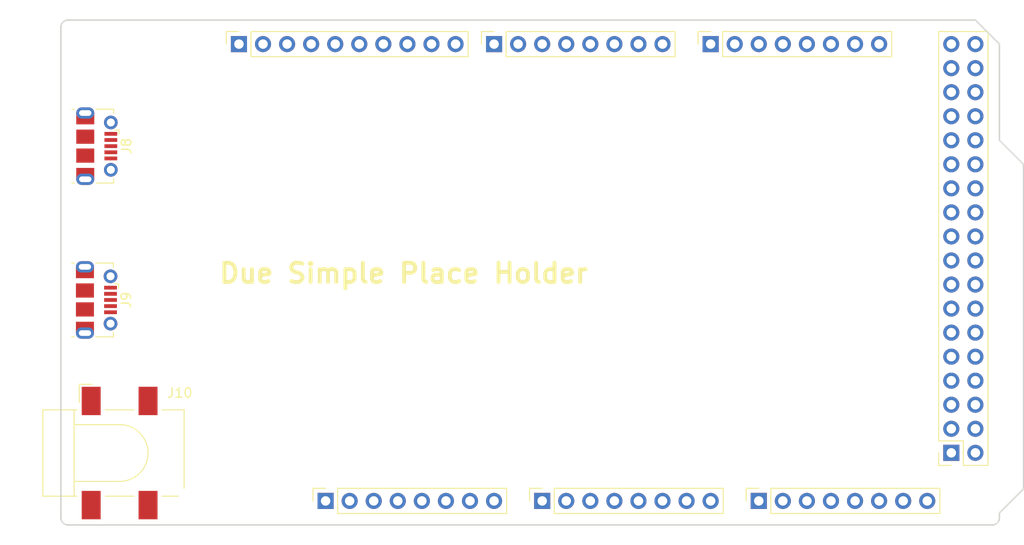
<source format=kicad_pcb>
(kicad_pcb (version 20221018) (generator pcbnew)
  (title_block (date "mar. 31 mars 2015"))
  (layers (0 "F.Cu" signal) (31 "B.Cu" signal) (34 "B.Paste" user) (35 "F.Paste" user) (36 "B.SilkS" user "B.Silkscreen") (37 "F.SilkS" user "F.Silkscreen") (38 "B.Mask" user) (39 "F.Mask" user) (44 "Edge.Cuts" user))
  (net 0 "")
  (net 1 "GND")
  (net 2 "/*52")
  (net 3 "/53")
  (net 4 "/50")
  (net 5 "/51")
  (net 6 "/48")
  (net 7 "/49")
  (net 8 "/*46")
  (net 9 "/47")
  (net 10 "/*44")
  (net 11 "/*45")
  (net 12 "/42")
  (net 13 "/43")
  (net 14 "/40")
  (net 15 "/41")
  (net 16 "/38")
  (net 17 "/39")
  (net 18 "/36")
  (net 19 "/37")
  (net 20 "/34")
  (net 21 "/35")
  (net 22 "/32")
  (net 23 "/33")
  (net 24 "/30")
  (net 25 "/31")
  (net 26 "/28")
  (net 27 "/29")
  (net 28 "/26")
  (net 29 "/27")
  (net 30 "/24")
  (net 31 "/25")
  (net 32 "/22")
  (net 33 "/23")
  (net 34 "+5V")
  (net 35 "/IOREF")
  (net 36 "/A0")
  (net 37 "/A1")
  (net 38 "/A2")
  (net 39 "/A3")
  (net 40 "/A4")
  (net 41 "/A5")
  (net 42 "/A6")
  (net 43 "/A7")
  (net 44 "/A8")
  (net 45 "/A9")
  (net 46 "/A10")
  (net 47 "/A11")
  (net 48 "/A12")
  (net 49 "/A13")
  (net 50 "/A14")
  (net 51 "/A15")
  (net 52 "/AREF")
  (net 53 "/*13")
  (net 54 "/*12")
  (net 55 "/*11")
  (net 56 "/*10")
  (net 57 "/*9")
  (net 58 "/*8")
  (net 59 "/*7")
  (net 60 "/*6")
  (net 61 "/*5")
  (net 62 "/*4")
  (net 63 "/*3")
  (net 64 "/*2")
  (net 65 "/TX0{slash}1")
  (net 66 "/RX0{slash}0")
  (net 67 "+3V3")
  (net 68 "/TX3{slash}14")
  (net 69 "/RX3{slash}15")
  (net 70 "/TX2{slash}16")
  (net 71 "/RX2{slash}17")
  (net 72 "/TX1{slash}18")
  (net 73 "/RX1{slash}19")
  (net 74 "/SDA{slash}20")
  (net 75 "/SCL{slash}21")
  (net 76 "VCC")
  (net 77 "/~{RESET}")
  (footprint "Connector_PinSocket_2.54mm:PinSocket_2x18_P2.54mm_Vertical" (layer "F.Cu") (at 193.98 92.38 180)
    (fp_text reference "J7" hide)
    (fp_text value "Digital")
    (fp_line (start -3.87 -1.33) (end -3.87 44.51) (stroke (width 0.12)) (layer "F.SilkS"))
    (fp_line (start -3.87 -1.33) (end -1.27 -1.33) (stroke (width 0.12)) (layer "F.SilkS"))
    (fp_line (start -3.87 44.51) (end 1.33 44.51) (stroke (width 0.12)) (layer "F.SilkS"))
    (fp_line (start -1.27 -1.33) (end -1.27 1.27) (stroke (width 0.12)) (layer "F.SilkS"))
    (fp_line (start -1.27 1.27) (end 1.33 1.27) (stroke (width 0.12)) (layer "F.SilkS"))
    (fp_line (start 0 -1.33) (end 1.33 -1.33) (stroke (width 0.12)) (layer "F.SilkS"))
    (fp_line (start 1.33 -1.33) (end 1.33 0) (stroke (width 0.12)) (layer "F.SilkS"))
    (fp_line (start 1.33 1.27) (end 1.33 44.51) (stroke (width 0.12)) (layer "F.SilkS"))
    (pad "1" thru_hole rect locked (at 0 0 180) (size 1.7 1.7) (drill 1) (layers "*.Cu" "*.Mask") (net 1 "GND"))
    (pad "2" thru_hole oval locked (at -2.54 0 180) (size 1.7 1.7) (drill 1) (layers "*.Cu" "*.Mask") (net 1 "GND"))
    (pad "3" thru_hole oval locked (at 0 2.54 180) (size 1.7 1.7) (drill 1) (layers "*.Cu" "*.Mask") (net 2 "/*52"))
    (pad "4" thru_hole oval locked (at -2.54 2.54 180) (size 1.7 1.7) (drill 1) (layers "*.Cu" "*.Mask") (net 3 "/53"))
    (pad "5" thru_hole oval locked (at 0 5.08 180) (size 1.7 1.7) (drill 1) (layers "*.Cu" "*.Mask") (net 4 "/50"))
    (pad "6" thru_hole oval locked (at -2.54 5.08 180) (size 1.7 1.7) (drill 1) (layers "*.Cu" "*.Mask") (net 5 "/51"))
    (pad "7" thru_hole oval locked (at 0 7.62 180) (size 1.7 1.7) (drill 1) (layers "*.Cu" "*.Mask") (net 6 "/48"))
    (pad "8" thru_hole oval locked (at -2.54 7.62 180) (size 1.7 1.7) (drill 1) (layers "*.Cu" "*.Mask") (net 7 "/49"))
    (pad "9" thru_hole oval locked (at 0 10.16 180) (size 1.7 1.7) (drill 1) (layers "*.Cu" "*.Mask") (net 8 "/*46"))
    (pad "10" thru_hole oval locked (at -2.54 10.16 180) (size 1.7 1.7) (drill 1) (layers "*.Cu" "*.Mask") (net 9 "/47"))
    (pad "11" thru_hole oval locked (at 0 12.7 180) (size 1.7 1.7) (drill 1) (layers "*.Cu" "*.Mask") (net 10 "/*44"))
    (pad "12" thru_hole oval locked (at -2.54 12.7 180) (size 1.7 1.7) (drill 1) (layers "*.Cu" "*.Mask") (net 11 "/*45"))
    (pad "13" thru_hole oval locked (at 0 15.24 180) (size 1.7 1.7) (drill 1) (layers "*.Cu" "*.Mask") (net 12 "/42"))
    (pad "14" thru_hole oval locked (at -2.54 15.24 180) (size 1.7 1.7) (drill 1) (layers "*.Cu" "*.Mask") (net 13 "/43"))
    (pad "15" thru_hole oval locked (at 0 17.78 180) (size 1.7 1.7) (drill 1) (layers "*.Cu" "*.Mask") (net 14 "/40"))
    (pad "16" thru_hole oval locked (at -2.54 17.78 180) (size 1.7 1.7) (drill 1) (layers "*.Cu" "*.Mask") (net 15 "/41"))
    (pad "17" thru_hole oval locked (at 0 20.32 180) (size 1.7 1.7) (drill 1) (layers "*.Cu" "*.Mask") (net 16 "/38"))
    (pad "18" thru_hole oval locked (at -2.54 20.32 180) (size 1.7 1.7) (drill 1) (layers "*.Cu" "*.Mask") (net 17 "/39"))
    (pad "19" thru_hole oval locked (at 0 22.86 180) (size 1.7 1.7) (drill 1) (layers "*.Cu" "*.Mask") (net 18 "/36"))
    (pad "20" thru_hole oval locked (at -2.54 22.86 180) (size 1.7 1.7) (drill 1) (layers "*.Cu" "*.Mask") (net 19 "/37"))
    (pad "21" thru_hole oval locked (at 0 25.4 180) (size 1.7 1.7) (drill 1) (layers "*.Cu" "*.Mask") (net 20 "/34"))
    (pad "22" thru_hole oval locked (at -2.54 25.4 180) (size 1.7 1.7) (drill 1) (layers "*.Cu" "*.Mask") (net 21 "/35"))
    (pad "23" thru_hole oval locked (at 0 27.94 180) (size 1.7 1.7) (drill 1) (layers "*.Cu" "*.Mask") (net 22 "/32"))
    (pad "24" thru_hole oval locked (at -2.54 27.94 180) (size 1.7 1.7) (drill 1) (layers "*.Cu" "*.Mask") (net 23 "/33"))
    (pad "25" thru_hole oval locked (at 0 30.48 180) (size 1.7 1.7) (drill 1) (layers "*.Cu" "*.Mask") (net 24 "/30"))
    (pad "26" thru_hole oval locked (at -2.54 30.48 180) (size 1.7 1.7) (drill 1) (layers "*.Cu" "*.Mask") (net 25 "/31"))
    (pad "27" thru_hole oval locked (at 0 33.02 180) (size 1.7 1.7) (drill 1) (layers "*.Cu" "*.Mask") (net 26 "/28"))
    (pad "28" thru_hole oval locked (at -2.54 33.02 180) (size 1.7 1.7) (drill 1) (layers "*.Cu" "*.Mask") (net 27 "/29"))
    (pad "29" thru_hole oval locked (at 0 35.56 180) (size 1.7 1.7) (drill 1) (layers "*.Cu" "*.Mask") (net 28 "/26"))
    (pad "30" thru_hole oval locked (at -2.54 35.56 180) (size 1.7 1.7) (drill 1) (layers "*.Cu" "*.Mask") (net 29 "/27"))
    (pad "31" thru_hole oval locked (at 0 38.1 180) (size 1.7 1.7) (drill 1) (layers "*.Cu" "*.Mask") (net 30 "/24"))
    (pad "32" thru_hole oval locked (at -2.54 38.1 180) (size 1.7 1.7) (drill 1) (layers "*.Cu" "*.Mask") (net 31 "/25"))
    (pad "33" thru_hole oval locked (at 0 40.64 180) (size 1.7 1.7) (drill 1) (layers "*.Cu" "*.Mask") (net 32 "/22"))
    (pad "34" thru_hole oval locked (at -2.54 40.64 180) (size 1.7 1.7) (drill 1) (layers "*.Cu" "*.Mask") (net 33 "/23"))
    (pad "35" thru_hole oval locked (at 0 43.18 180) (size 1.7 1.7) (drill 1) (layers "*.Cu" "*.Mask") (net 34 "+5V"))
    (pad "36" thru_hole oval locked (at -2.54 43.18 180) (size 1.7 1.7) (drill 1) (layers "*.Cu" "*.Mask") (net 34 "+5V"))
  )
  (footprint "Connector_PinSocket_2.54mm:PinSocket_1x08_P2.54mm_Vertical" (layer "F.Cu") (at 127.94 97.46 90)
    (fp_text reference "J1" hide)
    (fp_text value "Power")
    (fp_line (start -1.33 1.27) (end -1.33 19.11) (stroke (width 0.12)) (layer "F.SilkS"))
    (fp_line (start -1.33 1.27) (end 1.33 1.27) (stroke (width 0.12)) (layer "F.SilkS"))
    (fp_line (start -1.33 19.11) (end 1.33 19.11) (stroke (width 0.12)) (layer "F.SilkS"))
    (fp_line (start 0 -1.33) (end 1.33 -1.33) (stroke (width 0.12)) (layer "F.SilkS"))
    (fp_line (start 1.33 -1.33) (end 1.33 0) (stroke (width 0.12)) (layer "F.SilkS"))
    (fp_line (start 1.33 1.27) (end 1.33 19.11) (stroke (width 0.12)) (layer "F.SilkS"))
    (pad "1" thru_hole rect locked (at 0 0 90) (size 1.7 1.7) (drill 1) (layers "*.Cu" "*.Mask"))
    (pad "2" thru_hole oval locked (at 0 2.54 90) (size 1.7 1.7) (drill 1) (layers "*.Cu" "*.Mask") (net 35 "/IOREF"))
    (pad "3" thru_hole oval locked (at 0 5.08 90) (size 1.7 1.7) (drill 1) (layers "*.Cu" "*.Mask") (net 77 "/~{RESET}"))
    (pad "4" thru_hole oval locked (at 0 7.62 90) (size 1.7 1.7) (drill 1) (layers "*.Cu" "*.Mask") (net 67 "+3V3"))
    (pad "5" thru_hole oval locked (at 0 10.16 90) (size 1.7 1.7) (drill 1) (layers "*.Cu" "*.Mask") (net 34 "+5V"))
    (pad "6" thru_hole oval locked (at 0 12.7 90) (size 1.7 1.7) (drill 1) (layers "*.Cu" "*.Mask") (net 1 "GND"))
    (pad "7" thru_hole oval locked (at 0 15.24 90) (size 1.7 1.7) (drill 1) (layers "*.Cu" "*.Mask") (net 1 "GND"))
    (pad "8" thru_hole oval locked (at 0 17.78 90) (size 1.7 1.7) (drill 1) (layers "*.Cu" "*.Mask") (net 76 "VCC"))
  )
  (footprint "Connector_PinSocket_2.54mm:PinSocket_1x08_P2.54mm_Vertical" (layer "F.Cu") (at 150.8 97.46 90)
    (fp_text reference "J3" hide)
    (fp_text value "Analog")
    (fp_line (start -1.33 1.27) (end -1.33 19.11) (stroke (width 0.12)) (layer "F.SilkS"))
    (fp_line (start -1.33 1.27) (end 1.33 1.27) (stroke (width 0.12)) (layer "F.SilkS"))
    (fp_line (start -1.33 19.11) (end 1.33 19.11) (stroke (width 0.12)) (layer "F.SilkS"))
    (fp_line (start 0 -1.33) (end 1.33 -1.33) (stroke (width 0.12)) (layer "F.SilkS"))
    (fp_line (start 1.33 -1.33) (end 1.33 0) (stroke (width 0.12)) (layer "F.SilkS"))
    (fp_line (start 1.33 1.27) (end 1.33 19.11) (stroke (width 0.12)) (layer "F.SilkS"))
    (pad "1" thru_hole rect locked (at 0 0 90) (size 1.7 1.7) (drill 1) (layers "*.Cu" "*.Mask") (net 36 "/A0"))
    (pad "2" thru_hole oval locked (at 0 2.54 90) (size 1.7 1.7) (drill 1) (layers "*.Cu" "*.Mask") (net 37 "/A1"))
    (pad "3" thru_hole oval locked (at 0 5.08 90) (size 1.7 1.7) (drill 1) (layers "*.Cu" "*.Mask") (net 38 "/A2"))
    (pad "4" thru_hole oval locked (at 0 7.62 90) (size 1.7 1.7) (drill 1) (layers "*.Cu" "*.Mask") (net 39 "/A3"))
    (pad "5" thru_hole oval locked (at 0 10.16 90) (size 1.7 1.7) (drill 1) (layers "*.Cu" "*.Mask") (net 40 "/A4"))
    (pad "6" thru_hole oval locked (at 0 12.7 90) (size 1.7 1.7) (drill 1) (layers "*.Cu" "*.Mask") (net 41 "/A5"))
    (pad "7" thru_hole oval locked (at 0 15.24 90) (size 1.7 1.7) (drill 1) (layers "*.Cu" "*.Mask") (net 42 "/A6"))
    (pad "8" thru_hole oval locked (at 0 17.78 90) (size 1.7 1.7) (drill 1) (layers "*.Cu" "*.Mask") (net 43 "/A7"))
  )
  (footprint "Connector_PinSocket_2.54mm:PinSocket_1x08_P2.54mm_Vertical" (layer "F.Cu") (at 173.66 97.46 90)
    (fp_text reference "J5" hide)
    (fp_text value "Analog")
    (fp_line (start -1.33 1.27) (end -1.33 19.11) (stroke (width 0.12)) (layer "F.SilkS"))
    (fp_line (start -1.33 1.27) (end 1.33 1.27) (stroke (width 0.12)) (layer "F.SilkS"))
    (fp_line (start -1.33 19.11) (end 1.33 19.11) (stroke (width 0.12)) (layer "F.SilkS"))
    (fp_line (start 0 -1.33) (end 1.33 -1.33) (stroke (width 0.12)) (layer "F.SilkS"))
    (fp_line (start 1.33 -1.33) (end 1.33 0) (stroke (width 0.12)) (layer "F.SilkS"))
    (fp_line (start 1.33 1.27) (end 1.33 19.11) (stroke (width 0.12)) (layer "F.SilkS"))
    (pad "1" thru_hole rect locked (at 0 0 90) (size 1.7 1.7) (drill 1) (layers "*.Cu" "*.Mask") (net 44 "/A8"))
    (pad "2" thru_hole oval locked (at 0 2.54 90) (size 1.7 1.7) (drill 1) (layers "*.Cu" "*.Mask") (net 45 "/A9"))
    (pad "3" thru_hole oval locked (at 0 5.08 90) (size 1.7 1.7) (drill 1) (layers "*.Cu" "*.Mask") (net 46 "/A10"))
    (pad "4" thru_hole oval locked (at 0 7.62 90) (size 1.7 1.7) (drill 1) (layers "*.Cu" "*.Mask") (net 47 "/A11"))
    (pad "5" thru_hole oval locked (at 0 10.16 90) (size 1.7 1.7) (drill 1) (layers "*.Cu" "*.Mask") (net 48 "/A12"))
    (pad "6" thru_hole oval locked (at 0 12.7 90) (size 1.7 1.7) (drill 1) (layers "*.Cu" "*.Mask") (net 49 "/A13"))
    (pad "7" thru_hole oval locked (at 0 15.24 90) (size 1.7 1.7) (drill 1) (layers "*.Cu" "*.Mask") (net 50 "/A14"))
    (pad "8" thru_hole oval locked (at 0 17.78 90) (size 1.7 1.7) (drill 1) (layers "*.Cu" "*.Mask") (net 51 "/A15"))
  )
  (footprint "Connector_PinSocket_2.54mm:PinSocket_1x10_P2.54mm_Vertical" (layer "F.Cu") (at 118.796 49.2 90)
    (fp_text reference "J2" hide)
    (fp_text value "PWM")
    (fp_line (start -1.33 1.27) (end -1.33 24.19) (stroke (width 0.12)) (layer "F.SilkS"))
    (fp_line (start -1.33 1.27) (end 1.33 1.27) (stroke (width 0.12)) (layer "F.SilkS"))
    (fp_line (start -1.33 24.19) (end 1.33 24.19) (stroke (width 0.12)) (layer "F.SilkS"))
    (fp_line (start 0 -1.33) (end 1.33 -1.33) (stroke (width 0.12)) (layer "F.SilkS"))
    (fp_line (start 1.33 -1.33) (end 1.33 0) (stroke (width 0.12)) (layer "F.SilkS"))
    (fp_line (start 1.33 1.27) (end 1.33 24.19) (stroke (width 0.12)) (layer "F.SilkS"))
    (pad "1" thru_hole rect locked (at 0 0 90) (size 1.7 1.7) (drill 1) (layers "*.Cu" "*.Mask") (net 75 "/SCL{slash}21"))
    (pad "2" thru_hole oval locked (at 0 2.54 90) (size 1.7 1.7) (drill 1) (layers "*.Cu" "*.Mask") (net 74 "/SDA{slash}20"))
    (pad "3" thru_hole oval locked (at 0 5.08 90) (size 1.7 1.7) (drill 1) (layers "*.Cu" "*.Mask") (net 52 "/AREF"))
    (pad "4" thru_hole oval locked (at 0 7.62 90) (size 1.7 1.7) (drill 1) (layers "*.Cu" "*.Mask") (net 1 "GND"))
    (pad "5" thru_hole oval locked (at 0 10.16 90) (size 1.7 1.7) (drill 1) (layers "*.Cu" "*.Mask") (net 53 "/*13"))
    (pad "6" thru_hole oval locked (at 0 12.7 90) (size 1.7 1.7) (drill 1) (layers "*.Cu" "*.Mask") (net 54 "/*12"))
    (pad "7" thru_hole oval locked (at 0 15.24 90) (size 1.7 1.7) (drill 1) (layers "*.Cu" "*.Mask") (net 55 "/*11"))
    (pad "8" thru_hole oval locked (at 0 17.78 90) (size 1.7 1.7) (drill 1) (layers "*.Cu" "*.Mask") (net 56 "/*10"))
    (pad "9" thru_hole oval locked (at 0 20.32 90) (size 1.7 1.7) (drill 1) (layers "*.Cu" "*.Mask") (net 57 "/*9"))
    (pad "10" thru_hole oval locked (at 0 22.86 90) (size 1.7 1.7) (drill 1) (layers "*.Cu" "*.Mask") (net 58 "/*8"))
  )
  (footprint "Connector_PinSocket_2.54mm:PinSocket_1x08_P2.54mm_Vertical" (layer "F.Cu") (at 145.72 49.2 90)
    (fp_text reference "J4" hide)
    (fp_text value "PWM")
    (fp_line (start -1.33 1.27) (end -1.33 19.11) (stroke (width 0.12)) (layer "F.SilkS"))
    (fp_line (start -1.33 1.27) (end 1.33 1.27) (stroke (width 0.12)) (layer "F.SilkS"))
    (fp_line (start -1.33 19.11) (end 1.33 19.11) (stroke (width 0.12)) (layer "F.SilkS"))
    (fp_line (start 0 -1.33) (end 1.33 -1.33) (stroke (width 0.12)) (layer "F.SilkS"))
    (fp_line (start 1.33 -1.33) (end 1.33 0) (stroke (width 0.12)) (layer "F.SilkS"))
    (fp_line (start 1.33 1.27) (end 1.33 19.11) (stroke (width 0.12)) (layer "F.SilkS"))
    (pad "1" thru_hole rect locked (at 0 0 90) (size 1.7 1.7) (drill 1) (layers "*.Cu" "*.Mask") (net 59 "/*7"))
    (pad "2" thru_hole oval locked (at 0 2.54 90) (size 1.7 1.7) (drill 1) (layers "*.Cu" "*.Mask") (net 60 "/*6"))
    (pad "3" thru_hole oval locked (at 0 5.08 90) (size 1.7 1.7) (drill 1) (layers "*.Cu" "*.Mask") (net 61 "/*5"))
    (pad "4" thru_hole oval locked (at 0 7.62 90) (size 1.7 1.7) (drill 1) (layers "*.Cu" "*.Mask") (net 62 "/*4"))
    (pad "5" thru_hole oval locked (at 0 10.16 90) (size 1.7 1.7) (drill 1) (layers "*.Cu" "*.Mask") (net 63 "/*3"))
    (pad "6" thru_hole oval locked (at 0 12.7 90) (size 1.7 1.7) (drill 1) (layers "*.Cu" "*.Mask") (net 64 "/*2"))
    (pad "7" thru_hole oval locked (at 0 15.24 90) (size 1.7 1.7) (drill 1) (layers "*.Cu" "*.Mask") (net 65 "/TX0{slash}1"))
    (pad "8" thru_hole oval locked (at 0 17.78 90) (size 1.7 1.7) (drill 1) (layers "*.Cu" "*.Mask") (net 66 "/RX0{slash}0"))
  )
  (footprint "Connector_PinSocket_2.54mm:PinSocket_1x08_P2.54mm_Vertical" (layer "F.Cu") (at 168.58 49.2 90)
    (fp_text reference "J6" hide)
    (fp_text value "Communication")
    (fp_line (start -1.33 1.27) (end -1.33 19.11) (stroke (width 0.12)) (layer "F.SilkS"))
    (fp_line (start -1.33 1.27) (end 1.33 1.27) (stroke (width 0.12)) (layer "F.SilkS"))
    (fp_line (start -1.33 19.11) (end 1.33 19.11) (stroke (width 0.12)) (layer "F.SilkS"))
    (fp_line (start 0 -1.33) (end 1.33 -1.33) (stroke (width 0.12)) (layer "F.SilkS"))
    (fp_line (start 1.33 -1.33) (end 1.33 0) (stroke (width 0.12)) (layer "F.SilkS"))
    (fp_line (start 1.33 1.27) (end 1.33 19.11) (stroke (width 0.12)) (layer "F.SilkS"))
    (pad "1" thru_hole rect locked (at 0 0 90) (size 1.7 1.7) (drill 1) (layers "*.Cu" "*.Mask") (net 68 "/TX3{slash}14"))
    (pad "2" thru_hole oval locked (at 0 2.54 90) (size 1.7 1.7) (drill 1) (layers "*.Cu" "*.Mask") (net 69 "/RX3{slash}15"))
    (pad "3" thru_hole oval locked (at 0 5.08 90) (size 1.7 1.7) (drill 1) (layers "*.Cu" "*.Mask") (net 70 "/TX2{slash}16"))
    (pad "4" thru_hole oval locked (at 0 7.62 90) (size 1.7 1.7) (drill 1) (layers "*.Cu" "*.Mask") (net 71 "/RX2{slash}17"))
    (pad "5" thru_hole oval locked (at 0 10.16 90) (size 1.7 1.7) (drill 1) (layers "*.Cu" "*.Mask") (net 72 "/TX1{slash}18"))
    (pad "6" thru_hole oval locked (at 0 12.7 90) (size 1.7 1.7) (drill 1) (layers "*.Cu" "*.Mask") (net 73 "/RX1{slash}19"))
    (pad "7" thru_hole oval locked (at 0 15.24 90) (size 1.7 1.7) (drill 1) (layers "*.Cu" "*.Mask") (net 74 "/SDA{slash}20"))
    (pad "8" thru_hole oval locked (at 0 17.78 90) (size 1.7 1.7) (drill 1) (layers "*.Cu" "*.Mask") (net 75 "/SCL{slash}21"))
  )
  (footprint "Arduino_MountingHole:MountingHole_3.2mm" (layer "F.Cu") (at 196.52 97.46)
    (fp_text reference "MH6" hide)
    (fp_text value "MountingHole_3.2mm" hide)
    (pad "" np_thru_hole circle locked (at 0 0) (size 3.2 3.2) (drill 3.2) (layers "*.Cu" "*.Mask"))
  )
  (footprint "PubInv_KiCad_PCB:BarrelJack_CLIFF_FC681465S_SMT_Horizontal" (layer "F.Cu") (at 106.2 92.4)
    (fp_text reference "J10" (at 6.35 -6.35) (layer "F.SilkS"))
    (fp_text value "Barrel_Jack_Switch_SMT")
    (fp_line (start -8.11 -4.56) (end -4.5 -4.56) (stroke (width 0.12)) (layer "F.SilkS"))
    (fp_line (start -8.11 4.56) (end -8.11 -4.56) (stroke (width 0.12)) (layer "F.SilkS"))
    (fp_line (start -8.11 4.56) (end -4.5 4.56) (stroke (width 0.12)) (layer "F.SilkS"))
    (fp_line (start -4.8 -3) (end 0 -3) (stroke (width 0.12)) (layer "F.SilkS"))
    (fp_line (start -4.8 3) (end 0 3) (stroke (width 0.12)) (layer "F.SilkS"))
    (fp_line (start -4.8 4.56) (end -4.8 -4.56) (stroke (width 0.12)) (layer "F.SilkS"))
    (fp_line (start -4.26 -7.26) (end -4.26 -5.36) (stroke (width 0.12)) (layer "F.SilkS"))
    (fp_line (start -2.92 -7.26) (end -4.26 -7.26) (stroke (width 0.12)) (layer "F.SilkS"))
    (fp_line (start -1.5 -4.56) (end 1.5 -4.56) (stroke (width 0.12)) (layer "F.SilkS"))
    (fp_line (start -1.5 4.56) (end 1.5 4.56) (stroke (width 0.12)) (layer "F.SilkS"))
    (fp_line (start 4.5 -4.56) (end 6.81 -4.56) (stroke (width 0.12)) (layer "F.SilkS"))
    (fp_line (start 4.5 4.56) (end 6.81 4.56) (stroke (width 0.12)) (layer "F.SilkS"))
    (fp_line (start 6.81 4.56) (end 6.81 -4.56) (stroke (width 0.12)) (layer "F.SilkS"))
    (fp_arc (start 0 -3) (mid 3 0) (end 0 3) (stroke (width 0.12)) (layer "F.SilkS"))
    (pad "" np_thru_hole oval (at -2.9 0 90) (size 1.6 1.6) (drill oval 1.6) (layers "F&B.Cu" "*.Mask"))
    (pad "" np_thru_hole circle (at 1.5 0 90) (size 1.8 1.8) (drill 1.8) (layers "F&B.Cu" "*.Mask"))
    (pad "1" smd rect (at 3 -5.5 90) (size 3 2) (layers "F.Cu" "F.Paste" "F.Mask"))
    (pad "2" smd rect (at 3 5.5 90) (size 3 2) (layers "F.Cu" "F.Paste" "F.Mask"))
    (pad "3" smd rect (at -3 5.5 90) (size 3 2) (layers "F.Cu" "F.Paste" "F.Mask"))
    (pad "4" smd rect (at -3 -5.5 90) (size 2.999999 2) (layers "F.Cu" "F.Paste" "F.Mask"))
  )
  (footprint "Arduino_MountingHole:MountingHole_3.2mm" (layer "F.Cu") (at 115.24 49.2)
    (fp_text reference "MH1" hide)
    (fp_text value "MountingHole_3.2mm" hide)
    (pad "" np_thru_hole circle locked (at 0 0) (size 3.2 3.2) (drill 3.2) (layers "*.Cu" "*.Mask"))
  )
  (footprint "Connector_USB:USB_Micro-B_Molex-105017-0001" (layer "F.Cu") (at 103.81 59.98 -90)
    (fp_text reference "J8" (at 0 -3.1125 90) (layer "F.SilkS"))
    (fp_text value "USB_B_Micro")
    (fp_line (start -3.9 -1.7625) (end -3.45 -1.7625) (stroke (width 0.12)) (layer "F.SilkS"))
    (fp_line (start -3.9 0.0875) (end -3.9 -1.7625) (stroke (width 0.12)) (layer "F.SilkS"))
    (fp_line (start -3.9 2.6375) (end -3.9 2.3875) (stroke (width 0.12)) (layer "F.SilkS"))
    (fp_line (start -1.7 -2.3125) (end -1.7 -1.8625) (stroke (width 0.12)) (layer "F.SilkS"))
    (fp_line (start -1.7 -2.3125) (end -1.25 -2.3125) (stroke (width 0.12)) (layer "F.SilkS"))
    (fp_line (start 3.9 -1.7625) (end 3.45 -1.7625) (stroke (width 0.12)) (layer "F.SilkS"))
    (fp_line (start 3.9 0.0875) (end 3.9 -1.7625) (stroke (width 0.12)) (layer "F.SilkS"))
    (fp_line (start 3.9 2.6375) (end 3.9 2.3875) (stroke (width 0.12)) (layer "F.SilkS"))
    (pad "1" smd rect (at -1.3 -1.4625 270) (size 0.4 1.35) (layers "F.Cu" "F.Paste" "F.Mask"))
    (pad "2" smd rect (at -0.65 -1.4625 270) (size 0.4 1.35) (layers "F.Cu" "F.Paste" "F.Mask"))
    (pad "3" smd rect (at 0 -1.4625 270) (size 0.4 1.35) (layers "F.Cu" "F.Paste" "F.Mask"))
    (pad "4" smd rect (at 0.65 -1.4625 270) (size 0.4 1.35) (layers "F.Cu" "F.Paste" "F.Mask"))
    (pad "5" smd rect (at 1.3 -1.4625 270) (size 0.4 1.35) (layers "F.Cu" "F.Paste" "F.Mask"))
    (pad "6" thru_hole oval (at -3.5 1.2375 90) (size 1.2 1.9) (drill oval 0.6 1.3) (layers "*.Cu" "*.Mask"))
    (pad "6" smd rect (at -2.9 1.2375 270) (size 1.2 1.9) (layers "F.Cu" "F.Mask"))
    (pad "6" thru_hole circle (at -2.5 -1.4625 270) (size 1.45 1.45) (drill 0.85) (layers "*.Cu" "*.Mask"))
    (pad "6" smd rect (at -1 1.2375 270) (size 1.5 1.9) (layers "F.Cu" "F.Paste" "F.Mask"))
    (pad "6" smd rect (at 1 1.2375 270) (size 1.5 1.9) (layers "F.Cu" "F.Paste" "F.Mask"))
    (pad "6" thru_hole circle (at 2.5 -1.4625 270) (size 1.45 1.45) (drill 0.85) (layers "*.Cu" "*.Mask"))
    (pad "6" smd rect (at 2.9 1.2375 270) (size 1.2 1.9) (layers "F.Cu" "F.Mask"))
    (pad "6" thru_hole oval (at 3.5 1.2375 270) (size 1.2 1.9) (drill oval 0.6 1.3) (layers "*.Cu" "*.Mask"))
  )
  (footprint "Connector_USB:USB_Micro-B_Molex-105017-0001" (layer "F.Cu") (at 103.7775 76.23 -90)
    (fp_text reference "J9" (at 0 -3.1125 90) (layer "F.SilkS"))
    (fp_text value "USB_B_Micro")
    (fp_line (start -3.9 -1.7625) (end -3.45 -1.7625) (stroke (width 0.12)) (layer "F.SilkS"))
    (fp_line (start -3.9 0.0875) (end -3.9 -1.7625) (stroke (width 0.12)) (layer "F.SilkS"))
    (fp_line (start -3.9 2.6375) (end -3.9 2.3875) (stroke (width 0.12)) (layer "F.SilkS"))
    (fp_line (start -1.7 -2.3125) (end -1.7 -1.8625) (stroke (width 0.12)) (layer "F.SilkS"))
    (fp_line (start -1.7 -2.3125) (end -1.25 -2.3125) (stroke (width 0.12)) (layer "F.SilkS"))
    (fp_line (start 3.9 -1.7625) (end 3.45 -1.7625) (stroke (width 0.12)) (layer "F.SilkS"))
    (fp_line (start 3.9 0.0875) (end 3.9 -1.7625) (stroke (width 0.12)) (layer "F.SilkS"))
    (fp_line (start 3.9 2.6375) (end 3.9 2.3875) (stroke (width 0.12)) (layer "F.SilkS"))
    (pad "1" smd rect (at -1.3 -1.4625 270) (size 0.4 1.35) (layers "F.Cu" "F.Paste" "F.Mask"))
    (pad "2" smd rect (at -0.65 -1.4625 270) (size 0.4 1.35) (layers "F.Cu" "F.Paste" "F.Mask"))
    (pad "3" smd rect (at 0 -1.4625 270) (size 0.4 1.35) (layers "F.Cu" "F.Paste" "F.Mask"))
    (pad "4" smd rect (at 0.65 -1.4625 270) (size 0.4 1.35) (layers "F.Cu" "F.Paste" "F.Mask"))
    (pad "5" smd rect (at 1.3 -1.4625 270) (size 0.4 1.35) (layers "F.Cu" "F.Paste" "F.Mask"))
    (pad "6" thru_hole oval (at -3.5 1.2375 90) (size 1.2 1.9) (drill oval 0.6 1.3) (layers "*.Cu" "*.Mask"))
    (pad "6" smd rect (at -2.9 1.2375 270) (size 1.2 1.9) (layers "F.Cu" "F.Mask"))
    (pad "6" thru_hole circle (at -2.5 -1.4625 270) (size 1.45 1.45) (drill 0.85) (layers "*.Cu" "*.Mask"))
    (pad "6" smd rect (at -1 1.2375 270) (size 1.5 1.9) (layers "F.Cu" "F.Paste" "F.Mask"))
    (pad "6" smd rect (at 1 1.2375 270) (size 1.5 1.9) (layers "F.Cu" "F.Paste" "F.Mask"))
    (pad "6" thru_hole circle (at 2.5 -1.4625 270) (size 1.45 1.45) (drill 0.85) (layers "*.Cu" "*.Mask"))
    (pad "6" smd rect (at 2.9 1.2375 270) (size 1.2 1.9) (layers "F.Cu" "F.Mask"))
    (pad "6" thru_hole oval (at 3.5 1.2375 270) (size 1.2 1.9) (drill oval 0.6 1.3) (layers "*.Cu" "*.Mask"))
  )
  (footprint "Arduino_MountingHole:MountingHole_3.2mm" (layer "F.Cu") (at 113.97 97.46)
    (fp_text reference "MH2" hide)
    (fp_text value "MountingHole_3.2mm" hide)
    (pad "" np_thru_hole circle locked (at 0 0) (size 3.2 3.2) (drill 3.2) (layers "*.Cu" "*.Mask"))
  )
  (footprint "Arduino_MountingHole:MountingHole_3.2mm" (layer "F.Cu") (at 166.04 64.44)
    (fp_text reference "MH3" hide)
    (fp_text value "MountingHole_3.2mm" hide)
    (pad "" np_thru_hole circle locked (at 0 0) (size 3.2 3.2) (drill 3.2) (layers "*.Cu" "*.Mask"))
  )
  (footprint "Arduino_MountingHole:MountingHole_3.2mm" (layer "F.Cu") (at 166.04 92.38)
    (fp_text reference "MH4" hide)
    (fp_text value "MountingHole_3.2mm" hide)
    (pad "" np_thru_hole circle locked (at 0 0) (size 3.2 3.2) (drill 3.2) (layers "*.Cu" "*.Mask"))
  )
  (footprint "Arduino_MountingHole:MountingHole_3.2mm" (layer "F.Cu") (at 190.17 49.2)
    (fp_text reference "MH5" hide)
    (fp_text value "MountingHole_3.2mm" hide)
    (pad "" np_thru_hole circle locked (at 0 0) (size 3.2 3.2) (drill 3.2) (layers "*.Cu" "*.Mask"))
  )
  (gr_line (start 199.06 59.36) (end 201.6 61.9) (stroke (width 0.15)) (layer "Edge.Cuts"))
  (gr_line (start 100 99.238) (end 100 47.422) (stroke (width 0.15)) (layer "Edge.Cuts"))
  (gr_line (start 201.6 61.9) (end 201.6 96.19) (stroke (width 0.15)) (layer "Edge.Cuts"))
  (gr_line (start 198.298 100) (end 100.762 100) (stroke (width 0.15)) (layer "Edge.Cuts"))
  (gr_line (start 100.762 46.66) (end 196.52 46.66) (stroke (width 0.15)) (layer "Edge.Cuts"))
  (gr_arc (start 100.762 100) (mid 100.223185 99.776815) (end 100 99.238) (stroke (width 0.15)) (layer "Edge.Cuts"))
  (gr_line (start 201.6 96.19) (end 199.06 98.73) (stroke (width 0.15)) (layer "Edge.Cuts"))
  (gr_line (start 196.52 46.66) (end 199.06 49.2) (stroke (width 0.15)) (layer "Edge.Cuts"))
  (gr_arc (start 199.06 99.238) (mid 198.836815 99.776815) (end 198.298 100) (stroke (width 0.15)) (layer "Edge.Cuts"))
  (gr_line (start 199.06 49.2) (end 199.06 59.36) (stroke (width 0.15)) (layer "Edge.Cuts"))
  (gr_line (start 199.06 98.73) (end 199.06 99.238) (stroke (width 0.15)) (layer "Edge.Cuts"))
  (gr_arc (start 100 47.422) (mid 100.223185 46.883185) (end 100.762 46.66) (stroke (width 0.15)) (layer "Edge.Cuts"))
  (gr_text "Due Simple Place Holder" (at 116.51 74.6) (layer "F.SilkS") (effects (font (size 2.032 2.032) (thickness 0.4064) bold) (justify left bottom)))
)
</source>
